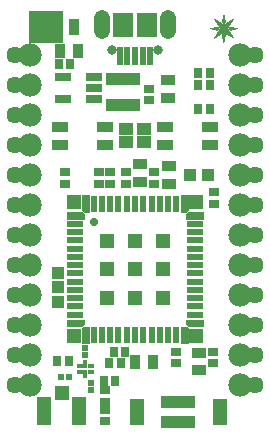
<source format=gts>
G75*
%MOIN*%
%OFA0B0*%
%FSLAX25Y25*%
%IPPOS*%
%LPD*%
%AMOC8*
5,1,8,0,0,1.08239X$1,22.5*
%
%ADD10R,0.03200X0.02600*%
%ADD11R,0.02375X0.06115*%
%ADD12R,0.06706X0.08280*%
%ADD13C,0.03162*%
%ADD14C,0.05169*%
%ADD15R,0.05721X0.03359*%
%ADD16R,0.03950X0.03950*%
%ADD17C,0.07800*%
%ADD18C,0.05700*%
%ADD19R,0.05524X0.02178*%
%ADD20R,0.04737X0.04737*%
%ADD21R,0.02178X0.05524*%
%ADD22C,0.02769*%
%ADD23C,0.00039*%
%ADD24R,0.04934X0.09461*%
%ADD25R,0.04737X0.04934*%
%ADD26R,0.02600X0.03200*%
%ADD27R,0.04900X0.03600*%
%ADD28R,0.03600X0.04900*%
%ADD29C,0.00100*%
%ADD30R,0.04737X0.08674*%
%ADD31R,0.11824X0.03950*%
%ADD32R,0.04300X0.04300*%
%ADD33R,0.11300X0.10800*%
%ADD34R,0.03800X0.05800*%
%ADD35R,0.05524X0.02965*%
%ADD36R,0.11430X0.03950*%
%ADD37R,0.04737X0.03950*%
%ADD38R,0.02400X0.02000*%
%ADD39R,0.02000X0.02400*%
%ADD40R,0.01587X0.02808*%
%ADD41R,0.01969X0.01378*%
D10*
X0036078Y0007800D03*
X0036078Y0011600D03*
X0036078Y0014400D03*
X0036078Y0018200D03*
X0059978Y0027100D03*
X0059978Y0030900D03*
X0072178Y0030900D03*
X0072178Y0027100D03*
X0072626Y0080347D03*
X0072626Y0084147D03*
X0052578Y0087000D03*
X0052578Y0090800D03*
X0043078Y0090800D03*
X0043078Y0087000D03*
X0037878Y0087000D03*
X0034078Y0087000D03*
X0034078Y0090800D03*
X0037878Y0090800D03*
X0022978Y0090800D03*
X0022978Y0087000D03*
X0050978Y0114900D03*
X0050978Y0118700D03*
D11*
X0051297Y0129469D03*
X0048738Y0129469D03*
X0046178Y0129469D03*
X0043619Y0129469D03*
X0041060Y0129469D03*
D12*
X0042241Y0139961D03*
X0050115Y0140000D03*
D13*
X0053856Y0131732D03*
X0038501Y0131732D03*
D14*
X0035253Y0137816D02*
X0035253Y0142184D01*
X0057104Y0142184D02*
X0057104Y0137816D01*
D15*
X0056297Y0106051D03*
X0056297Y0099949D03*
X0071060Y0099949D03*
X0071060Y0106051D03*
X0036060Y0106051D03*
X0036060Y0099949D03*
X0021297Y0099949D03*
X0021297Y0106051D03*
D16*
X0064504Y0090000D03*
X0070410Y0090000D03*
D17*
X0081178Y0090000D03*
X0081178Y0080000D03*
X0081178Y0070000D03*
X0081178Y0060000D03*
X0081178Y0050000D03*
X0081178Y0040000D03*
X0081178Y0030000D03*
X0081178Y0020000D03*
X0011178Y0020000D03*
X0011178Y0030000D03*
X0011178Y0040000D03*
X0011178Y0050000D03*
X0011178Y0060000D03*
X0011178Y0070000D03*
X0011178Y0080000D03*
X0011178Y0090000D03*
X0011178Y0100000D03*
X0011178Y0110000D03*
X0011178Y0120000D03*
X0011178Y0130000D03*
X0081178Y0130000D03*
X0081178Y0120000D03*
X0081178Y0110000D03*
X0081178Y0100000D03*
D18*
X0086178Y0100000D03*
X0086178Y0110000D03*
X0086178Y0120000D03*
X0086178Y0130000D03*
X0086178Y0090000D03*
X0086178Y0080000D03*
X0086178Y0070000D03*
X0086178Y0060000D03*
X0086178Y0050000D03*
X0086178Y0040000D03*
X0086178Y0030000D03*
X0086178Y0020000D03*
X0006178Y0020000D03*
X0006178Y0030000D03*
X0006178Y0040000D03*
X0006178Y0050000D03*
X0006178Y0060000D03*
X0006178Y0070000D03*
X0006178Y0080000D03*
X0006178Y0090000D03*
X0006178Y0100000D03*
X0006178Y0110000D03*
X0006178Y0120000D03*
X0006178Y0130000D03*
D19*
X0026297Y0073657D03*
X0026297Y0070902D03*
X0026297Y0068146D03*
X0026297Y0065390D03*
X0026297Y0062634D03*
X0026297Y0059878D03*
X0026297Y0057122D03*
X0026297Y0054366D03*
X0026297Y0051610D03*
X0026297Y0048854D03*
X0026297Y0046098D03*
X0026297Y0043343D03*
X0066060Y0043343D03*
X0066060Y0046098D03*
X0066060Y0048854D03*
X0066060Y0051610D03*
X0066060Y0054366D03*
X0066060Y0057122D03*
X0066060Y0059878D03*
X0066060Y0062634D03*
X0066060Y0065390D03*
X0066060Y0068146D03*
X0066060Y0070902D03*
X0066060Y0073657D03*
D20*
X0066454Y0080744D03*
X0055627Y0067949D03*
X0046178Y0067949D03*
X0036730Y0067949D03*
X0036730Y0058500D03*
X0046178Y0058500D03*
X0055627Y0058500D03*
X0055627Y0049051D03*
X0046178Y0049051D03*
X0036730Y0049051D03*
X0025903Y0036256D03*
X0066454Y0036256D03*
X0025903Y0080744D03*
D21*
X0032399Y0080350D03*
X0035155Y0080350D03*
X0037911Y0080350D03*
X0040667Y0080350D03*
X0043423Y0080350D03*
X0046178Y0080350D03*
X0048934Y0080350D03*
X0051690Y0080350D03*
X0054446Y0080350D03*
X0057202Y0080350D03*
X0059958Y0080350D03*
X0059958Y0036650D03*
X0057202Y0036650D03*
X0054446Y0036650D03*
X0051690Y0036650D03*
X0048934Y0036650D03*
X0046178Y0036650D03*
X0043423Y0036650D03*
X0040667Y0036650D03*
X0037911Y0036650D03*
X0035155Y0036650D03*
X0032399Y0036650D03*
D22*
X0032399Y0074248D03*
D23*
X0029033Y0075350D02*
X0023560Y0075350D01*
X0023560Y0077476D01*
X0028442Y0077476D01*
X0029033Y0076886D01*
X0029033Y0075350D01*
X0029033Y0075353D02*
X0023560Y0075353D01*
X0023560Y0075391D02*
X0029033Y0075391D01*
X0029033Y0075429D02*
X0023560Y0075429D01*
X0023560Y0075467D02*
X0029033Y0075467D01*
X0029033Y0075505D02*
X0023560Y0075505D01*
X0023560Y0075543D02*
X0029033Y0075543D01*
X0029033Y0075581D02*
X0023560Y0075581D01*
X0023560Y0075619D02*
X0029033Y0075619D01*
X0029033Y0075657D02*
X0023560Y0075657D01*
X0023560Y0075694D02*
X0029033Y0075694D01*
X0029033Y0075732D02*
X0023560Y0075732D01*
X0023560Y0075770D02*
X0029033Y0075770D01*
X0029033Y0075808D02*
X0023560Y0075808D01*
X0023560Y0075846D02*
X0029033Y0075846D01*
X0029033Y0075884D02*
X0023560Y0075884D01*
X0023560Y0075922D02*
X0029033Y0075922D01*
X0029033Y0075960D02*
X0023560Y0075960D01*
X0023560Y0075997D02*
X0029033Y0075997D01*
X0029033Y0076035D02*
X0023560Y0076035D01*
X0023560Y0076073D02*
X0029033Y0076073D01*
X0029033Y0076111D02*
X0023560Y0076111D01*
X0023560Y0076149D02*
X0029033Y0076149D01*
X0029033Y0076187D02*
X0023560Y0076187D01*
X0023560Y0076225D02*
X0029033Y0076225D01*
X0029033Y0076263D02*
X0023560Y0076263D01*
X0023560Y0076301D02*
X0029033Y0076301D01*
X0029033Y0076338D02*
X0023560Y0076338D01*
X0023560Y0076376D02*
X0029033Y0076376D01*
X0029033Y0076414D02*
X0023560Y0076414D01*
X0023560Y0076452D02*
X0029033Y0076452D01*
X0029033Y0076490D02*
X0023560Y0076490D01*
X0023560Y0076528D02*
X0029033Y0076528D01*
X0029033Y0076566D02*
X0023560Y0076566D01*
X0023560Y0076604D02*
X0029033Y0076604D01*
X0029033Y0076641D02*
X0023560Y0076641D01*
X0023560Y0076679D02*
X0029033Y0076679D01*
X0029033Y0076717D02*
X0023560Y0076717D01*
X0023560Y0076755D02*
X0029033Y0076755D01*
X0029033Y0076793D02*
X0023560Y0076793D01*
X0023560Y0076831D02*
X0029033Y0076831D01*
X0029033Y0076869D02*
X0023560Y0076869D01*
X0023560Y0076907D02*
X0029012Y0076907D01*
X0028974Y0076944D02*
X0023560Y0076944D01*
X0023560Y0076982D02*
X0028936Y0076982D01*
X0028898Y0077020D02*
X0023560Y0077020D01*
X0023560Y0077058D02*
X0028860Y0077058D01*
X0028823Y0077096D02*
X0023560Y0077096D01*
X0023560Y0077134D02*
X0028785Y0077134D01*
X0028747Y0077172D02*
X0023560Y0077172D01*
X0023560Y0077210D02*
X0028709Y0077210D01*
X0028671Y0077248D02*
X0023560Y0077248D01*
X0023560Y0077285D02*
X0028633Y0077285D01*
X0028595Y0077323D02*
X0023560Y0077323D01*
X0023560Y0077361D02*
X0028557Y0077361D01*
X0028520Y0077399D02*
X0023560Y0077399D01*
X0023560Y0077437D02*
X0028482Y0077437D01*
X0028444Y0077475D02*
X0023560Y0077475D01*
X0028580Y0078205D02*
X0028580Y0083087D01*
X0030706Y0083087D01*
X0030706Y0077614D01*
X0029171Y0077614D01*
X0028580Y0078205D01*
X0028590Y0078195D02*
X0030706Y0078195D01*
X0030706Y0078232D02*
X0028580Y0078232D01*
X0028580Y0078270D02*
X0030706Y0078270D01*
X0030706Y0078308D02*
X0028580Y0078308D01*
X0028580Y0078346D02*
X0030706Y0078346D01*
X0030706Y0078384D02*
X0028580Y0078384D01*
X0028580Y0078422D02*
X0030706Y0078422D01*
X0030706Y0078460D02*
X0028580Y0078460D01*
X0028580Y0078498D02*
X0030706Y0078498D01*
X0030706Y0078536D02*
X0028580Y0078536D01*
X0028580Y0078573D02*
X0030706Y0078573D01*
X0030706Y0078611D02*
X0028580Y0078611D01*
X0028580Y0078649D02*
X0030706Y0078649D01*
X0030706Y0078687D02*
X0028580Y0078687D01*
X0028580Y0078725D02*
X0030706Y0078725D01*
X0030706Y0078763D02*
X0028580Y0078763D01*
X0028580Y0078801D02*
X0030706Y0078801D01*
X0030706Y0078839D02*
X0028580Y0078839D01*
X0028580Y0078876D02*
X0030706Y0078876D01*
X0030706Y0078914D02*
X0028580Y0078914D01*
X0028580Y0078952D02*
X0030706Y0078952D01*
X0030706Y0078990D02*
X0028580Y0078990D01*
X0028580Y0079028D02*
X0030706Y0079028D01*
X0030706Y0079066D02*
X0028580Y0079066D01*
X0028580Y0079104D02*
X0030706Y0079104D01*
X0030706Y0079142D02*
X0028580Y0079142D01*
X0028580Y0079179D02*
X0030706Y0079179D01*
X0030706Y0079217D02*
X0028580Y0079217D01*
X0028580Y0079255D02*
X0030706Y0079255D01*
X0030706Y0079293D02*
X0028580Y0079293D01*
X0028580Y0079331D02*
X0030706Y0079331D01*
X0030706Y0079369D02*
X0028580Y0079369D01*
X0028580Y0079407D02*
X0030706Y0079407D01*
X0030706Y0079445D02*
X0028580Y0079445D01*
X0028580Y0079483D02*
X0030706Y0079483D01*
X0030706Y0079520D02*
X0028580Y0079520D01*
X0028580Y0079558D02*
X0030706Y0079558D01*
X0030706Y0079596D02*
X0028580Y0079596D01*
X0028580Y0079634D02*
X0030706Y0079634D01*
X0030706Y0079672D02*
X0028580Y0079672D01*
X0028580Y0079710D02*
X0030706Y0079710D01*
X0030706Y0079748D02*
X0028580Y0079748D01*
X0028580Y0079786D02*
X0030706Y0079786D01*
X0030706Y0079823D02*
X0028580Y0079823D01*
X0028580Y0079861D02*
X0030706Y0079861D01*
X0030706Y0079899D02*
X0028580Y0079899D01*
X0028580Y0079937D02*
X0030706Y0079937D01*
X0030706Y0079975D02*
X0028580Y0079975D01*
X0028580Y0080013D02*
X0030706Y0080013D01*
X0030706Y0080051D02*
X0028580Y0080051D01*
X0028580Y0080089D02*
X0030706Y0080089D01*
X0030706Y0080127D02*
X0028580Y0080127D01*
X0028580Y0080164D02*
X0030706Y0080164D01*
X0030706Y0080202D02*
X0028580Y0080202D01*
X0028580Y0080240D02*
X0030706Y0080240D01*
X0030706Y0080278D02*
X0028580Y0080278D01*
X0028580Y0080316D02*
X0030706Y0080316D01*
X0030706Y0080354D02*
X0028580Y0080354D01*
X0028580Y0080392D02*
X0030706Y0080392D01*
X0030706Y0080430D02*
X0028580Y0080430D01*
X0028580Y0080467D02*
X0030706Y0080467D01*
X0030706Y0080505D02*
X0028580Y0080505D01*
X0028580Y0080543D02*
X0030706Y0080543D01*
X0030706Y0080581D02*
X0028580Y0080581D01*
X0028580Y0080619D02*
X0030706Y0080619D01*
X0030706Y0080657D02*
X0028580Y0080657D01*
X0028580Y0080695D02*
X0030706Y0080695D01*
X0030706Y0080733D02*
X0028580Y0080733D01*
X0028580Y0080771D02*
X0030706Y0080771D01*
X0030706Y0080808D02*
X0028580Y0080808D01*
X0028580Y0080846D02*
X0030706Y0080846D01*
X0030706Y0080884D02*
X0028580Y0080884D01*
X0028580Y0080922D02*
X0030706Y0080922D01*
X0030706Y0080960D02*
X0028580Y0080960D01*
X0028580Y0080998D02*
X0030706Y0080998D01*
X0030706Y0081036D02*
X0028580Y0081036D01*
X0028580Y0081074D02*
X0030706Y0081074D01*
X0030706Y0081111D02*
X0028580Y0081111D01*
X0028580Y0081149D02*
X0030706Y0081149D01*
X0030706Y0081187D02*
X0028580Y0081187D01*
X0028580Y0081225D02*
X0030706Y0081225D01*
X0030706Y0081263D02*
X0028580Y0081263D01*
X0028580Y0081301D02*
X0030706Y0081301D01*
X0030706Y0081339D02*
X0028580Y0081339D01*
X0028580Y0081377D02*
X0030706Y0081377D01*
X0030706Y0081414D02*
X0028580Y0081414D01*
X0028580Y0081452D02*
X0030706Y0081452D01*
X0030706Y0081490D02*
X0028580Y0081490D01*
X0028580Y0081528D02*
X0030706Y0081528D01*
X0030706Y0081566D02*
X0028580Y0081566D01*
X0028580Y0081604D02*
X0030706Y0081604D01*
X0030706Y0081642D02*
X0028580Y0081642D01*
X0028580Y0081680D02*
X0030706Y0081680D01*
X0030706Y0081718D02*
X0028580Y0081718D01*
X0028580Y0081755D02*
X0030706Y0081755D01*
X0030706Y0081793D02*
X0028580Y0081793D01*
X0028580Y0081831D02*
X0030706Y0081831D01*
X0030706Y0081869D02*
X0028580Y0081869D01*
X0028580Y0081907D02*
X0030706Y0081907D01*
X0030706Y0081945D02*
X0028580Y0081945D01*
X0028580Y0081983D02*
X0030706Y0081983D01*
X0030706Y0082021D02*
X0028580Y0082021D01*
X0028580Y0082058D02*
X0030706Y0082058D01*
X0030706Y0082096D02*
X0028580Y0082096D01*
X0028580Y0082134D02*
X0030706Y0082134D01*
X0030706Y0082172D02*
X0028580Y0082172D01*
X0028580Y0082210D02*
X0030706Y0082210D01*
X0030706Y0082248D02*
X0028580Y0082248D01*
X0028580Y0082286D02*
X0030706Y0082286D01*
X0030706Y0082324D02*
X0028580Y0082324D01*
X0028580Y0082362D02*
X0030706Y0082362D01*
X0030706Y0082399D02*
X0028580Y0082399D01*
X0028580Y0082437D02*
X0030706Y0082437D01*
X0030706Y0082475D02*
X0028580Y0082475D01*
X0028580Y0082513D02*
X0030706Y0082513D01*
X0030706Y0082551D02*
X0028580Y0082551D01*
X0028580Y0082589D02*
X0030706Y0082589D01*
X0030706Y0082627D02*
X0028580Y0082627D01*
X0028580Y0082665D02*
X0030706Y0082665D01*
X0030706Y0082702D02*
X0028580Y0082702D01*
X0028580Y0082740D02*
X0030706Y0082740D01*
X0030706Y0082778D02*
X0028580Y0082778D01*
X0028580Y0082816D02*
X0030706Y0082816D01*
X0030706Y0082854D02*
X0028580Y0082854D01*
X0028580Y0082892D02*
X0030706Y0082892D01*
X0030706Y0082930D02*
X0028580Y0082930D01*
X0028580Y0082968D02*
X0030706Y0082968D01*
X0030706Y0083006D02*
X0028580Y0083006D01*
X0028580Y0083043D02*
X0030706Y0083043D01*
X0030706Y0083081D02*
X0028580Y0083081D01*
X0028628Y0078157D02*
X0030706Y0078157D01*
X0030706Y0078119D02*
X0028666Y0078119D01*
X0028704Y0078081D02*
X0030706Y0078081D01*
X0030706Y0078043D02*
X0028742Y0078043D01*
X0028780Y0078005D02*
X0030706Y0078005D01*
X0030706Y0077967D02*
X0028817Y0077967D01*
X0028855Y0077929D02*
X0030706Y0077929D01*
X0030706Y0077892D02*
X0028893Y0077892D01*
X0028931Y0077854D02*
X0030706Y0077854D01*
X0030706Y0077816D02*
X0028969Y0077816D01*
X0029007Y0077778D02*
X0030706Y0077778D01*
X0030706Y0077740D02*
X0029045Y0077740D01*
X0029083Y0077702D02*
X0030706Y0077702D01*
X0030706Y0077664D02*
X0029121Y0077664D01*
X0029158Y0077626D02*
X0030706Y0077626D01*
X0061651Y0077626D02*
X0063199Y0077626D01*
X0063186Y0077614D02*
X0063777Y0078205D01*
X0063777Y0083087D01*
X0061651Y0083087D01*
X0061651Y0077614D01*
X0063186Y0077614D01*
X0063236Y0077664D02*
X0061651Y0077664D01*
X0061651Y0077702D02*
X0063274Y0077702D01*
X0063312Y0077740D02*
X0061651Y0077740D01*
X0061651Y0077778D02*
X0063350Y0077778D01*
X0063388Y0077816D02*
X0061651Y0077816D01*
X0061651Y0077854D02*
X0063426Y0077854D01*
X0063464Y0077892D02*
X0061651Y0077892D01*
X0061651Y0077929D02*
X0063502Y0077929D01*
X0063539Y0077967D02*
X0061651Y0077967D01*
X0061651Y0078005D02*
X0063577Y0078005D01*
X0063615Y0078043D02*
X0061651Y0078043D01*
X0061651Y0078081D02*
X0063653Y0078081D01*
X0063691Y0078119D02*
X0061651Y0078119D01*
X0061651Y0078157D02*
X0063729Y0078157D01*
X0063767Y0078195D02*
X0061651Y0078195D01*
X0061651Y0078232D02*
X0063777Y0078232D01*
X0063777Y0078270D02*
X0061651Y0078270D01*
X0061651Y0078308D02*
X0063777Y0078308D01*
X0063777Y0078346D02*
X0061651Y0078346D01*
X0061651Y0078384D02*
X0063777Y0078384D01*
X0063777Y0078422D02*
X0061651Y0078422D01*
X0061651Y0078460D02*
X0063777Y0078460D01*
X0063777Y0078498D02*
X0061651Y0078498D01*
X0061651Y0078536D02*
X0063777Y0078536D01*
X0063777Y0078573D02*
X0061651Y0078573D01*
X0061651Y0078611D02*
X0063777Y0078611D01*
X0063777Y0078649D02*
X0061651Y0078649D01*
X0061651Y0078687D02*
X0063777Y0078687D01*
X0063777Y0078725D02*
X0061651Y0078725D01*
X0061651Y0078763D02*
X0063777Y0078763D01*
X0063777Y0078801D02*
X0061651Y0078801D01*
X0061651Y0078839D02*
X0063777Y0078839D01*
X0063777Y0078876D02*
X0061651Y0078876D01*
X0061651Y0078914D02*
X0063777Y0078914D01*
X0063777Y0078952D02*
X0061651Y0078952D01*
X0061651Y0078990D02*
X0063777Y0078990D01*
X0063777Y0079028D02*
X0061651Y0079028D01*
X0061651Y0079066D02*
X0063777Y0079066D01*
X0063777Y0079104D02*
X0061651Y0079104D01*
X0061651Y0079142D02*
X0063777Y0079142D01*
X0063777Y0079179D02*
X0061651Y0079179D01*
X0061651Y0079217D02*
X0063777Y0079217D01*
X0063777Y0079255D02*
X0061651Y0079255D01*
X0061651Y0079293D02*
X0063777Y0079293D01*
X0063777Y0079331D02*
X0061651Y0079331D01*
X0061651Y0079369D02*
X0063777Y0079369D01*
X0063777Y0079407D02*
X0061651Y0079407D01*
X0061651Y0079445D02*
X0063777Y0079445D01*
X0063777Y0079483D02*
X0061651Y0079483D01*
X0061651Y0079520D02*
X0063777Y0079520D01*
X0063777Y0079558D02*
X0061651Y0079558D01*
X0061651Y0079596D02*
X0063777Y0079596D01*
X0063777Y0079634D02*
X0061651Y0079634D01*
X0061651Y0079672D02*
X0063777Y0079672D01*
X0063777Y0079710D02*
X0061651Y0079710D01*
X0061651Y0079748D02*
X0063777Y0079748D01*
X0063777Y0079786D02*
X0061651Y0079786D01*
X0061651Y0079823D02*
X0063777Y0079823D01*
X0063777Y0079861D02*
X0061651Y0079861D01*
X0061651Y0079899D02*
X0063777Y0079899D01*
X0063777Y0079937D02*
X0061651Y0079937D01*
X0061651Y0079975D02*
X0063777Y0079975D01*
X0063777Y0080013D02*
X0061651Y0080013D01*
X0061651Y0080051D02*
X0063777Y0080051D01*
X0063777Y0080089D02*
X0061651Y0080089D01*
X0061651Y0080127D02*
X0063777Y0080127D01*
X0063777Y0080164D02*
X0061651Y0080164D01*
X0061651Y0080202D02*
X0063777Y0080202D01*
X0063777Y0080240D02*
X0061651Y0080240D01*
X0061651Y0080278D02*
X0063777Y0080278D01*
X0063777Y0080316D02*
X0061651Y0080316D01*
X0061651Y0080354D02*
X0063777Y0080354D01*
X0063777Y0080392D02*
X0061651Y0080392D01*
X0061651Y0080430D02*
X0063777Y0080430D01*
X0063777Y0080467D02*
X0061651Y0080467D01*
X0061651Y0080505D02*
X0063777Y0080505D01*
X0063777Y0080543D02*
X0061651Y0080543D01*
X0061651Y0080581D02*
X0063777Y0080581D01*
X0063777Y0080619D02*
X0061651Y0080619D01*
X0061651Y0080657D02*
X0063777Y0080657D01*
X0063777Y0080695D02*
X0061651Y0080695D01*
X0061651Y0080733D02*
X0063777Y0080733D01*
X0063777Y0080771D02*
X0061651Y0080771D01*
X0061651Y0080808D02*
X0063777Y0080808D01*
X0063777Y0080846D02*
X0061651Y0080846D01*
X0061651Y0080884D02*
X0063777Y0080884D01*
X0063777Y0080922D02*
X0061651Y0080922D01*
X0061651Y0080960D02*
X0063777Y0080960D01*
X0063777Y0080998D02*
X0061651Y0080998D01*
X0061651Y0081036D02*
X0063777Y0081036D01*
X0063777Y0081074D02*
X0061651Y0081074D01*
X0061651Y0081111D02*
X0063777Y0081111D01*
X0063777Y0081149D02*
X0061651Y0081149D01*
X0061651Y0081187D02*
X0063777Y0081187D01*
X0063777Y0081225D02*
X0061651Y0081225D01*
X0061651Y0081263D02*
X0063777Y0081263D01*
X0063777Y0081301D02*
X0061651Y0081301D01*
X0061651Y0081339D02*
X0063777Y0081339D01*
X0063777Y0081377D02*
X0061651Y0081377D01*
X0061651Y0081414D02*
X0063777Y0081414D01*
X0063777Y0081452D02*
X0061651Y0081452D01*
X0061651Y0081490D02*
X0063777Y0081490D01*
X0063777Y0081528D02*
X0061651Y0081528D01*
X0061651Y0081566D02*
X0063777Y0081566D01*
X0063777Y0081604D02*
X0061651Y0081604D01*
X0061651Y0081642D02*
X0063777Y0081642D01*
X0063777Y0081680D02*
X0061651Y0081680D01*
X0061651Y0081718D02*
X0063777Y0081718D01*
X0063777Y0081755D02*
X0061651Y0081755D01*
X0061651Y0081793D02*
X0063777Y0081793D01*
X0063777Y0081831D02*
X0061651Y0081831D01*
X0061651Y0081869D02*
X0063777Y0081869D01*
X0063777Y0081907D02*
X0061651Y0081907D01*
X0061651Y0081945D02*
X0063777Y0081945D01*
X0063777Y0081983D02*
X0061651Y0081983D01*
X0061651Y0082021D02*
X0063777Y0082021D01*
X0063777Y0082058D02*
X0061651Y0082058D01*
X0061651Y0082096D02*
X0063777Y0082096D01*
X0063777Y0082134D02*
X0061651Y0082134D01*
X0061651Y0082172D02*
X0063777Y0082172D01*
X0063777Y0082210D02*
X0061651Y0082210D01*
X0061651Y0082248D02*
X0063777Y0082248D01*
X0063777Y0082286D02*
X0061651Y0082286D01*
X0061651Y0082324D02*
X0063777Y0082324D01*
X0063777Y0082362D02*
X0061651Y0082362D01*
X0061651Y0082399D02*
X0063777Y0082399D01*
X0063777Y0082437D02*
X0061651Y0082437D01*
X0061651Y0082475D02*
X0063777Y0082475D01*
X0063777Y0082513D02*
X0061651Y0082513D01*
X0061651Y0082551D02*
X0063777Y0082551D01*
X0063777Y0082589D02*
X0061651Y0082589D01*
X0061651Y0082627D02*
X0063777Y0082627D01*
X0063777Y0082665D02*
X0061651Y0082665D01*
X0061651Y0082702D02*
X0063777Y0082702D01*
X0063777Y0082740D02*
X0061651Y0082740D01*
X0061651Y0082778D02*
X0063777Y0082778D01*
X0063777Y0082816D02*
X0061651Y0082816D01*
X0061651Y0082854D02*
X0063777Y0082854D01*
X0063777Y0082892D02*
X0061651Y0082892D01*
X0061651Y0082930D02*
X0063777Y0082930D01*
X0063777Y0082968D02*
X0061651Y0082968D01*
X0061651Y0083006D02*
X0063777Y0083006D01*
X0063777Y0083043D02*
X0061651Y0083043D01*
X0061651Y0083081D02*
X0063777Y0083081D01*
X0063915Y0077476D02*
X0063324Y0076886D01*
X0063324Y0075350D01*
X0068797Y0075350D01*
X0068797Y0077476D01*
X0063915Y0077476D01*
X0063913Y0077475D02*
X0068797Y0077475D01*
X0068797Y0077437D02*
X0063875Y0077437D01*
X0063837Y0077399D02*
X0068797Y0077399D01*
X0068797Y0077361D02*
X0063799Y0077361D01*
X0063762Y0077323D02*
X0068797Y0077323D01*
X0068797Y0077285D02*
X0063724Y0077285D01*
X0063686Y0077248D02*
X0068797Y0077248D01*
X0068797Y0077210D02*
X0063648Y0077210D01*
X0063610Y0077172D02*
X0068797Y0077172D01*
X0068797Y0077134D02*
X0063572Y0077134D01*
X0063534Y0077096D02*
X0068797Y0077096D01*
X0068797Y0077058D02*
X0063496Y0077058D01*
X0063459Y0077020D02*
X0068797Y0077020D01*
X0068797Y0076982D02*
X0063421Y0076982D01*
X0063383Y0076944D02*
X0068797Y0076944D01*
X0068797Y0076907D02*
X0063345Y0076907D01*
X0063324Y0076869D02*
X0068797Y0076869D01*
X0068797Y0076831D02*
X0063324Y0076831D01*
X0063324Y0076793D02*
X0068797Y0076793D01*
X0068797Y0076755D02*
X0063324Y0076755D01*
X0063324Y0076717D02*
X0068797Y0076717D01*
X0068797Y0076679D02*
X0063324Y0076679D01*
X0063324Y0076641D02*
X0068797Y0076641D01*
X0068797Y0076604D02*
X0063324Y0076604D01*
X0063324Y0076566D02*
X0068797Y0076566D01*
X0068797Y0076528D02*
X0063324Y0076528D01*
X0063324Y0076490D02*
X0068797Y0076490D01*
X0068797Y0076452D02*
X0063324Y0076452D01*
X0063324Y0076414D02*
X0068797Y0076414D01*
X0068797Y0076376D02*
X0063324Y0076376D01*
X0063324Y0076338D02*
X0068797Y0076338D01*
X0068797Y0076301D02*
X0063324Y0076301D01*
X0063324Y0076263D02*
X0068797Y0076263D01*
X0068797Y0076225D02*
X0063324Y0076225D01*
X0063324Y0076187D02*
X0068797Y0076187D01*
X0068797Y0076149D02*
X0063324Y0076149D01*
X0063324Y0076111D02*
X0068797Y0076111D01*
X0068797Y0076073D02*
X0063324Y0076073D01*
X0063324Y0076035D02*
X0068797Y0076035D01*
X0068797Y0075997D02*
X0063324Y0075997D01*
X0063324Y0075960D02*
X0068797Y0075960D01*
X0068797Y0075922D02*
X0063324Y0075922D01*
X0063324Y0075884D02*
X0068797Y0075884D01*
X0068797Y0075846D02*
X0063324Y0075846D01*
X0063324Y0075808D02*
X0068797Y0075808D01*
X0068797Y0075770D02*
X0063324Y0075770D01*
X0063324Y0075732D02*
X0068797Y0075732D01*
X0068797Y0075694D02*
X0063324Y0075694D01*
X0063324Y0075657D02*
X0068797Y0075657D01*
X0068797Y0075619D02*
X0063324Y0075619D01*
X0063324Y0075581D02*
X0068797Y0075581D01*
X0068797Y0075543D02*
X0063324Y0075543D01*
X0063324Y0075505D02*
X0068797Y0075505D01*
X0068797Y0075467D02*
X0063324Y0075467D01*
X0063324Y0075429D02*
X0068797Y0075429D01*
X0068797Y0075391D02*
X0063324Y0075391D01*
X0063324Y0075353D02*
X0068797Y0075353D01*
X0068797Y0041650D02*
X0063324Y0041650D01*
X0063324Y0040114D01*
X0063915Y0039524D01*
X0068797Y0039524D01*
X0068797Y0041650D01*
X0068797Y0041639D02*
X0063324Y0041639D01*
X0063324Y0041601D02*
X0068797Y0041601D01*
X0068797Y0041563D02*
X0063324Y0041563D01*
X0063324Y0041525D02*
X0068797Y0041525D01*
X0068797Y0041488D02*
X0063324Y0041488D01*
X0063324Y0041450D02*
X0068797Y0041450D01*
X0068797Y0041412D02*
X0063324Y0041412D01*
X0063324Y0041374D02*
X0068797Y0041374D01*
X0068797Y0041336D02*
X0063324Y0041336D01*
X0063324Y0041298D02*
X0068797Y0041298D01*
X0068797Y0041260D02*
X0063324Y0041260D01*
X0063324Y0041222D02*
X0068797Y0041222D01*
X0068797Y0041184D02*
X0063324Y0041184D01*
X0063324Y0041147D02*
X0068797Y0041147D01*
X0068797Y0041109D02*
X0063324Y0041109D01*
X0063324Y0041071D02*
X0068797Y0041071D01*
X0068797Y0041033D02*
X0063324Y0041033D01*
X0063324Y0040995D02*
X0068797Y0040995D01*
X0068797Y0040957D02*
X0063324Y0040957D01*
X0063324Y0040919D02*
X0068797Y0040919D01*
X0068797Y0040881D02*
X0063324Y0040881D01*
X0063324Y0040844D02*
X0068797Y0040844D01*
X0068797Y0040806D02*
X0063324Y0040806D01*
X0063324Y0040768D02*
X0068797Y0040768D01*
X0068797Y0040730D02*
X0063324Y0040730D01*
X0063324Y0040692D02*
X0068797Y0040692D01*
X0068797Y0040654D02*
X0063324Y0040654D01*
X0063324Y0040616D02*
X0068797Y0040616D01*
X0068797Y0040578D02*
X0063324Y0040578D01*
X0063324Y0040540D02*
X0068797Y0040540D01*
X0068797Y0040503D02*
X0063324Y0040503D01*
X0063324Y0040465D02*
X0068797Y0040465D01*
X0068797Y0040427D02*
X0063324Y0040427D01*
X0063324Y0040389D02*
X0068797Y0040389D01*
X0068797Y0040351D02*
X0063324Y0040351D01*
X0063324Y0040313D02*
X0068797Y0040313D01*
X0068797Y0040275D02*
X0063324Y0040275D01*
X0063324Y0040237D02*
X0068797Y0040237D01*
X0068797Y0040200D02*
X0063324Y0040200D01*
X0063324Y0040162D02*
X0068797Y0040162D01*
X0068797Y0040124D02*
X0063324Y0040124D01*
X0063352Y0040086D02*
X0068797Y0040086D01*
X0068797Y0040048D02*
X0063390Y0040048D01*
X0063428Y0040010D02*
X0068797Y0040010D01*
X0068797Y0039972D02*
X0063466Y0039972D01*
X0063504Y0039934D02*
X0068797Y0039934D01*
X0068797Y0039896D02*
X0063542Y0039896D01*
X0063580Y0039859D02*
X0068797Y0039859D01*
X0068797Y0039821D02*
X0063618Y0039821D01*
X0063655Y0039783D02*
X0068797Y0039783D01*
X0068797Y0039745D02*
X0063693Y0039745D01*
X0063731Y0039707D02*
X0068797Y0039707D01*
X0068797Y0039669D02*
X0063769Y0039669D01*
X0063807Y0039631D02*
X0068797Y0039631D01*
X0068797Y0039593D02*
X0063845Y0039593D01*
X0063883Y0039556D02*
X0068797Y0039556D01*
X0063777Y0038795D02*
X0063777Y0033913D01*
X0061651Y0033913D01*
X0061651Y0039386D01*
X0063186Y0039386D01*
X0063777Y0038795D01*
X0063774Y0038798D02*
X0061651Y0038798D01*
X0061651Y0038836D02*
X0063736Y0038836D01*
X0063698Y0038874D02*
X0061651Y0038874D01*
X0061651Y0038912D02*
X0063661Y0038912D01*
X0063623Y0038949D02*
X0061651Y0038949D01*
X0061651Y0038987D02*
X0063585Y0038987D01*
X0063547Y0039025D02*
X0061651Y0039025D01*
X0061651Y0039063D02*
X0063509Y0039063D01*
X0063471Y0039101D02*
X0061651Y0039101D01*
X0061651Y0039139D02*
X0063433Y0039139D01*
X0063395Y0039177D02*
X0061651Y0039177D01*
X0061651Y0039215D02*
X0063358Y0039215D01*
X0063320Y0039252D02*
X0061651Y0039252D01*
X0061651Y0039290D02*
X0063282Y0039290D01*
X0063244Y0039328D02*
X0061651Y0039328D01*
X0061651Y0039366D02*
X0063206Y0039366D01*
X0063777Y0038760D02*
X0061651Y0038760D01*
X0061651Y0038722D02*
X0063777Y0038722D01*
X0063777Y0038684D02*
X0061651Y0038684D01*
X0061651Y0038646D02*
X0063777Y0038646D01*
X0063777Y0038609D02*
X0061651Y0038609D01*
X0061651Y0038571D02*
X0063777Y0038571D01*
X0063777Y0038533D02*
X0061651Y0038533D01*
X0061651Y0038495D02*
X0063777Y0038495D01*
X0063777Y0038457D02*
X0061651Y0038457D01*
X0061651Y0038419D02*
X0063777Y0038419D01*
X0063777Y0038381D02*
X0061651Y0038381D01*
X0061651Y0038343D02*
X0063777Y0038343D01*
X0063777Y0038305D02*
X0061651Y0038305D01*
X0061651Y0038268D02*
X0063777Y0038268D01*
X0063777Y0038230D02*
X0061651Y0038230D01*
X0061651Y0038192D02*
X0063777Y0038192D01*
X0063777Y0038154D02*
X0061651Y0038154D01*
X0061651Y0038116D02*
X0063777Y0038116D01*
X0063777Y0038078D02*
X0061651Y0038078D01*
X0061651Y0038040D02*
X0063777Y0038040D01*
X0063777Y0038002D02*
X0061651Y0038002D01*
X0061651Y0037965D02*
X0063777Y0037965D01*
X0063777Y0037927D02*
X0061651Y0037927D01*
X0061651Y0037889D02*
X0063777Y0037889D01*
X0063777Y0037851D02*
X0061651Y0037851D01*
X0061651Y0037813D02*
X0063777Y0037813D01*
X0063777Y0037775D02*
X0061651Y0037775D01*
X0061651Y0037737D02*
X0063777Y0037737D01*
X0063777Y0037699D02*
X0061651Y0037699D01*
X0061651Y0037661D02*
X0063777Y0037661D01*
X0063777Y0037624D02*
X0061651Y0037624D01*
X0061651Y0037586D02*
X0063777Y0037586D01*
X0063777Y0037548D02*
X0061651Y0037548D01*
X0061651Y0037510D02*
X0063777Y0037510D01*
X0063777Y0037472D02*
X0061651Y0037472D01*
X0061651Y0037434D02*
X0063777Y0037434D01*
X0063777Y0037396D02*
X0061651Y0037396D01*
X0061651Y0037358D02*
X0063777Y0037358D01*
X0063777Y0037321D02*
X0061651Y0037321D01*
X0061651Y0037283D02*
X0063777Y0037283D01*
X0063777Y0037245D02*
X0061651Y0037245D01*
X0061651Y0037207D02*
X0063777Y0037207D01*
X0063777Y0037169D02*
X0061651Y0037169D01*
X0061651Y0037131D02*
X0063777Y0037131D01*
X0063777Y0037093D02*
X0061651Y0037093D01*
X0061651Y0037055D02*
X0063777Y0037055D01*
X0063777Y0037017D02*
X0061651Y0037017D01*
X0061651Y0036980D02*
X0063777Y0036980D01*
X0063777Y0036942D02*
X0061651Y0036942D01*
X0061651Y0036904D02*
X0063777Y0036904D01*
X0063777Y0036866D02*
X0061651Y0036866D01*
X0061651Y0036828D02*
X0063777Y0036828D01*
X0063777Y0036790D02*
X0061651Y0036790D01*
X0061651Y0036752D02*
X0063777Y0036752D01*
X0063777Y0036714D02*
X0061651Y0036714D01*
X0061651Y0036677D02*
X0063777Y0036677D01*
X0063777Y0036639D02*
X0061651Y0036639D01*
X0061651Y0036601D02*
X0063777Y0036601D01*
X0063777Y0036563D02*
X0061651Y0036563D01*
X0061651Y0036525D02*
X0063777Y0036525D01*
X0063777Y0036487D02*
X0061651Y0036487D01*
X0061651Y0036449D02*
X0063777Y0036449D01*
X0063777Y0036411D02*
X0061651Y0036411D01*
X0061651Y0036374D02*
X0063777Y0036374D01*
X0063777Y0036336D02*
X0061651Y0036336D01*
X0061651Y0036298D02*
X0063777Y0036298D01*
X0063777Y0036260D02*
X0061651Y0036260D01*
X0061651Y0036222D02*
X0063777Y0036222D01*
X0063777Y0036184D02*
X0061651Y0036184D01*
X0061651Y0036146D02*
X0063777Y0036146D01*
X0063777Y0036108D02*
X0061651Y0036108D01*
X0061651Y0036070D02*
X0063777Y0036070D01*
X0063777Y0036033D02*
X0061651Y0036033D01*
X0061651Y0035995D02*
X0063777Y0035995D01*
X0063777Y0035957D02*
X0061651Y0035957D01*
X0061651Y0035919D02*
X0063777Y0035919D01*
X0063777Y0035881D02*
X0061651Y0035881D01*
X0061651Y0035843D02*
X0063777Y0035843D01*
X0063777Y0035805D02*
X0061651Y0035805D01*
X0061651Y0035767D02*
X0063777Y0035767D01*
X0063777Y0035730D02*
X0061651Y0035730D01*
X0061651Y0035692D02*
X0063777Y0035692D01*
X0063777Y0035654D02*
X0061651Y0035654D01*
X0061651Y0035616D02*
X0063777Y0035616D01*
X0063777Y0035578D02*
X0061651Y0035578D01*
X0061651Y0035540D02*
X0063777Y0035540D01*
X0063777Y0035502D02*
X0061651Y0035502D01*
X0061651Y0035464D02*
X0063777Y0035464D01*
X0063777Y0035426D02*
X0061651Y0035426D01*
X0061651Y0035389D02*
X0063777Y0035389D01*
X0063777Y0035351D02*
X0061651Y0035351D01*
X0061651Y0035313D02*
X0063777Y0035313D01*
X0063777Y0035275D02*
X0061651Y0035275D01*
X0061651Y0035237D02*
X0063777Y0035237D01*
X0063777Y0035199D02*
X0061651Y0035199D01*
X0061651Y0035161D02*
X0063777Y0035161D01*
X0063777Y0035123D02*
X0061651Y0035123D01*
X0061651Y0035086D02*
X0063777Y0035086D01*
X0063777Y0035048D02*
X0061651Y0035048D01*
X0061651Y0035010D02*
X0063777Y0035010D01*
X0063777Y0034972D02*
X0061651Y0034972D01*
X0061651Y0034934D02*
X0063777Y0034934D01*
X0063777Y0034896D02*
X0061651Y0034896D01*
X0061651Y0034858D02*
X0063777Y0034858D01*
X0063777Y0034820D02*
X0061651Y0034820D01*
X0061651Y0034782D02*
X0063777Y0034782D01*
X0063777Y0034745D02*
X0061651Y0034745D01*
X0061651Y0034707D02*
X0063777Y0034707D01*
X0063777Y0034669D02*
X0061651Y0034669D01*
X0061651Y0034631D02*
X0063777Y0034631D01*
X0063777Y0034593D02*
X0061651Y0034593D01*
X0061651Y0034555D02*
X0063777Y0034555D01*
X0063777Y0034517D02*
X0061651Y0034517D01*
X0061651Y0034479D02*
X0063777Y0034479D01*
X0063777Y0034442D02*
X0061651Y0034442D01*
X0061651Y0034404D02*
X0063777Y0034404D01*
X0063777Y0034366D02*
X0061651Y0034366D01*
X0061651Y0034328D02*
X0063777Y0034328D01*
X0063777Y0034290D02*
X0061651Y0034290D01*
X0061651Y0034252D02*
X0063777Y0034252D01*
X0063777Y0034214D02*
X0061651Y0034214D01*
X0061651Y0034176D02*
X0063777Y0034176D01*
X0063777Y0034139D02*
X0061651Y0034139D01*
X0061651Y0034101D02*
X0063777Y0034101D01*
X0063777Y0034063D02*
X0061651Y0034063D01*
X0061651Y0034025D02*
X0063777Y0034025D01*
X0063777Y0033987D02*
X0061651Y0033987D01*
X0061651Y0033949D02*
X0063777Y0033949D01*
X0030706Y0033949D02*
X0028580Y0033949D01*
X0028580Y0033913D02*
X0030706Y0033913D01*
X0030706Y0039386D01*
X0029171Y0039386D01*
X0028580Y0038795D01*
X0028580Y0033913D01*
X0028580Y0033987D02*
X0030706Y0033987D01*
X0030706Y0034025D02*
X0028580Y0034025D01*
X0028580Y0034063D02*
X0030706Y0034063D01*
X0030706Y0034101D02*
X0028580Y0034101D01*
X0028580Y0034139D02*
X0030706Y0034139D01*
X0030706Y0034176D02*
X0028580Y0034176D01*
X0028580Y0034214D02*
X0030706Y0034214D01*
X0030706Y0034252D02*
X0028580Y0034252D01*
X0028580Y0034290D02*
X0030706Y0034290D01*
X0030706Y0034328D02*
X0028580Y0034328D01*
X0028580Y0034366D02*
X0030706Y0034366D01*
X0030706Y0034404D02*
X0028580Y0034404D01*
X0028580Y0034442D02*
X0030706Y0034442D01*
X0030706Y0034479D02*
X0028580Y0034479D01*
X0028580Y0034517D02*
X0030706Y0034517D01*
X0030706Y0034555D02*
X0028580Y0034555D01*
X0028580Y0034593D02*
X0030706Y0034593D01*
X0030706Y0034631D02*
X0028580Y0034631D01*
X0028580Y0034669D02*
X0030706Y0034669D01*
X0030706Y0034707D02*
X0028580Y0034707D01*
X0028580Y0034745D02*
X0030706Y0034745D01*
X0030706Y0034782D02*
X0028580Y0034782D01*
X0028580Y0034820D02*
X0030706Y0034820D01*
X0030706Y0034858D02*
X0028580Y0034858D01*
X0028580Y0034896D02*
X0030706Y0034896D01*
X0030706Y0034934D02*
X0028580Y0034934D01*
X0028580Y0034972D02*
X0030706Y0034972D01*
X0030706Y0035010D02*
X0028580Y0035010D01*
X0028580Y0035048D02*
X0030706Y0035048D01*
X0030706Y0035086D02*
X0028580Y0035086D01*
X0028580Y0035123D02*
X0030706Y0035123D01*
X0030706Y0035161D02*
X0028580Y0035161D01*
X0028580Y0035199D02*
X0030706Y0035199D01*
X0030706Y0035237D02*
X0028580Y0035237D01*
X0028580Y0035275D02*
X0030706Y0035275D01*
X0030706Y0035313D02*
X0028580Y0035313D01*
X0028580Y0035351D02*
X0030706Y0035351D01*
X0030706Y0035389D02*
X0028580Y0035389D01*
X0028580Y0035426D02*
X0030706Y0035426D01*
X0030706Y0035464D02*
X0028580Y0035464D01*
X0028580Y0035502D02*
X0030706Y0035502D01*
X0030706Y0035540D02*
X0028580Y0035540D01*
X0028580Y0035578D02*
X0030706Y0035578D01*
X0030706Y0035616D02*
X0028580Y0035616D01*
X0028580Y0035654D02*
X0030706Y0035654D01*
X0030706Y0035692D02*
X0028580Y0035692D01*
X0028580Y0035730D02*
X0030706Y0035730D01*
X0030706Y0035767D02*
X0028580Y0035767D01*
X0028580Y0035805D02*
X0030706Y0035805D01*
X0030706Y0035843D02*
X0028580Y0035843D01*
X0028580Y0035881D02*
X0030706Y0035881D01*
X0030706Y0035919D02*
X0028580Y0035919D01*
X0028580Y0035957D02*
X0030706Y0035957D01*
X0030706Y0035995D02*
X0028580Y0035995D01*
X0028580Y0036033D02*
X0030706Y0036033D01*
X0030706Y0036070D02*
X0028580Y0036070D01*
X0028580Y0036108D02*
X0030706Y0036108D01*
X0030706Y0036146D02*
X0028580Y0036146D01*
X0028580Y0036184D02*
X0030706Y0036184D01*
X0030706Y0036222D02*
X0028580Y0036222D01*
X0028580Y0036260D02*
X0030706Y0036260D01*
X0030706Y0036298D02*
X0028580Y0036298D01*
X0028580Y0036336D02*
X0030706Y0036336D01*
X0030706Y0036374D02*
X0028580Y0036374D01*
X0028580Y0036411D02*
X0030706Y0036411D01*
X0030706Y0036449D02*
X0028580Y0036449D01*
X0028580Y0036487D02*
X0030706Y0036487D01*
X0030706Y0036525D02*
X0028580Y0036525D01*
X0028580Y0036563D02*
X0030706Y0036563D01*
X0030706Y0036601D02*
X0028580Y0036601D01*
X0028580Y0036639D02*
X0030706Y0036639D01*
X0030706Y0036677D02*
X0028580Y0036677D01*
X0028580Y0036714D02*
X0030706Y0036714D01*
X0030706Y0036752D02*
X0028580Y0036752D01*
X0028580Y0036790D02*
X0030706Y0036790D01*
X0030706Y0036828D02*
X0028580Y0036828D01*
X0028580Y0036866D02*
X0030706Y0036866D01*
X0030706Y0036904D02*
X0028580Y0036904D01*
X0028580Y0036942D02*
X0030706Y0036942D01*
X0030706Y0036980D02*
X0028580Y0036980D01*
X0028580Y0037017D02*
X0030706Y0037017D01*
X0030706Y0037055D02*
X0028580Y0037055D01*
X0028580Y0037093D02*
X0030706Y0037093D01*
X0030706Y0037131D02*
X0028580Y0037131D01*
X0028580Y0037169D02*
X0030706Y0037169D01*
X0030706Y0037207D02*
X0028580Y0037207D01*
X0028580Y0037245D02*
X0030706Y0037245D01*
X0030706Y0037283D02*
X0028580Y0037283D01*
X0028580Y0037321D02*
X0030706Y0037321D01*
X0030706Y0037358D02*
X0028580Y0037358D01*
X0028580Y0037396D02*
X0030706Y0037396D01*
X0030706Y0037434D02*
X0028580Y0037434D01*
X0028580Y0037472D02*
X0030706Y0037472D01*
X0030706Y0037510D02*
X0028580Y0037510D01*
X0028580Y0037548D02*
X0030706Y0037548D01*
X0030706Y0037586D02*
X0028580Y0037586D01*
X0028580Y0037624D02*
X0030706Y0037624D01*
X0030706Y0037661D02*
X0028580Y0037661D01*
X0028580Y0037699D02*
X0030706Y0037699D01*
X0030706Y0037737D02*
X0028580Y0037737D01*
X0028580Y0037775D02*
X0030706Y0037775D01*
X0030706Y0037813D02*
X0028580Y0037813D01*
X0028580Y0037851D02*
X0030706Y0037851D01*
X0030706Y0037889D02*
X0028580Y0037889D01*
X0028580Y0037927D02*
X0030706Y0037927D01*
X0030706Y0037965D02*
X0028580Y0037965D01*
X0028580Y0038002D02*
X0030706Y0038002D01*
X0030706Y0038040D02*
X0028580Y0038040D01*
X0028580Y0038078D02*
X0030706Y0038078D01*
X0030706Y0038116D02*
X0028580Y0038116D01*
X0028580Y0038154D02*
X0030706Y0038154D01*
X0030706Y0038192D02*
X0028580Y0038192D01*
X0028580Y0038230D02*
X0030706Y0038230D01*
X0030706Y0038268D02*
X0028580Y0038268D01*
X0028580Y0038305D02*
X0030706Y0038305D01*
X0030706Y0038343D02*
X0028580Y0038343D01*
X0028580Y0038381D02*
X0030706Y0038381D01*
X0030706Y0038419D02*
X0028580Y0038419D01*
X0028580Y0038457D02*
X0030706Y0038457D01*
X0030706Y0038495D02*
X0028580Y0038495D01*
X0028580Y0038533D02*
X0030706Y0038533D01*
X0030706Y0038571D02*
X0028580Y0038571D01*
X0028580Y0038609D02*
X0030706Y0038609D01*
X0030706Y0038646D02*
X0028580Y0038646D01*
X0028580Y0038684D02*
X0030706Y0038684D01*
X0030706Y0038722D02*
X0028580Y0038722D01*
X0028580Y0038760D02*
X0030706Y0038760D01*
X0030706Y0038798D02*
X0028583Y0038798D01*
X0028621Y0038836D02*
X0030706Y0038836D01*
X0030706Y0038874D02*
X0028658Y0038874D01*
X0028696Y0038912D02*
X0030706Y0038912D01*
X0030706Y0038949D02*
X0028734Y0038949D01*
X0028772Y0038987D02*
X0030706Y0038987D01*
X0030706Y0039025D02*
X0028810Y0039025D01*
X0028848Y0039063D02*
X0030706Y0039063D01*
X0030706Y0039101D02*
X0028886Y0039101D01*
X0028924Y0039139D02*
X0030706Y0039139D01*
X0030706Y0039177D02*
X0028961Y0039177D01*
X0028999Y0039215D02*
X0030706Y0039215D01*
X0030706Y0039252D02*
X0029037Y0039252D01*
X0029075Y0039290D02*
X0030706Y0039290D01*
X0030706Y0039328D02*
X0029113Y0039328D01*
X0029151Y0039366D02*
X0030706Y0039366D01*
X0029033Y0040114D02*
X0029033Y0041650D01*
X0023560Y0041650D01*
X0023560Y0039524D01*
X0028442Y0039524D01*
X0029033Y0040114D01*
X0029033Y0040124D02*
X0023560Y0040124D01*
X0023560Y0040162D02*
X0029033Y0040162D01*
X0029033Y0040200D02*
X0023560Y0040200D01*
X0023560Y0040237D02*
X0029033Y0040237D01*
X0029033Y0040275D02*
X0023560Y0040275D01*
X0023560Y0040313D02*
X0029033Y0040313D01*
X0029033Y0040351D02*
X0023560Y0040351D01*
X0023560Y0040389D02*
X0029033Y0040389D01*
X0029033Y0040427D02*
X0023560Y0040427D01*
X0023560Y0040465D02*
X0029033Y0040465D01*
X0029033Y0040503D02*
X0023560Y0040503D01*
X0023560Y0040540D02*
X0029033Y0040540D01*
X0029033Y0040578D02*
X0023560Y0040578D01*
X0023560Y0040616D02*
X0029033Y0040616D01*
X0029033Y0040654D02*
X0023560Y0040654D01*
X0023560Y0040692D02*
X0029033Y0040692D01*
X0029033Y0040730D02*
X0023560Y0040730D01*
X0023560Y0040768D02*
X0029033Y0040768D01*
X0029033Y0040806D02*
X0023560Y0040806D01*
X0023560Y0040844D02*
X0029033Y0040844D01*
X0029033Y0040881D02*
X0023560Y0040881D01*
X0023560Y0040919D02*
X0029033Y0040919D01*
X0029033Y0040957D02*
X0023560Y0040957D01*
X0023560Y0040995D02*
X0029033Y0040995D01*
X0029033Y0041033D02*
X0023560Y0041033D01*
X0023560Y0041071D02*
X0029033Y0041071D01*
X0029033Y0041109D02*
X0023560Y0041109D01*
X0023560Y0041147D02*
X0029033Y0041147D01*
X0029033Y0041184D02*
X0023560Y0041184D01*
X0023560Y0041222D02*
X0029033Y0041222D01*
X0029033Y0041260D02*
X0023560Y0041260D01*
X0023560Y0041298D02*
X0029033Y0041298D01*
X0029033Y0041336D02*
X0023560Y0041336D01*
X0023560Y0041374D02*
X0029033Y0041374D01*
X0029033Y0041412D02*
X0023560Y0041412D01*
X0023560Y0041450D02*
X0029033Y0041450D01*
X0029033Y0041488D02*
X0023560Y0041488D01*
X0023560Y0041525D02*
X0029033Y0041525D01*
X0029033Y0041563D02*
X0023560Y0041563D01*
X0023560Y0041601D02*
X0029033Y0041601D01*
X0029033Y0041639D02*
X0023560Y0041639D01*
X0023560Y0040086D02*
X0029005Y0040086D01*
X0028967Y0040048D02*
X0023560Y0040048D01*
X0023560Y0040010D02*
X0028929Y0040010D01*
X0028891Y0039972D02*
X0023560Y0039972D01*
X0023560Y0039934D02*
X0028853Y0039934D01*
X0028815Y0039896D02*
X0023560Y0039896D01*
X0023560Y0039859D02*
X0028777Y0039859D01*
X0028739Y0039821D02*
X0023560Y0039821D01*
X0023560Y0039783D02*
X0028701Y0039783D01*
X0028664Y0039745D02*
X0023560Y0039745D01*
X0023560Y0039707D02*
X0028626Y0039707D01*
X0028588Y0039669D02*
X0023560Y0039669D01*
X0023560Y0039631D02*
X0028550Y0039631D01*
X0028512Y0039593D02*
X0023560Y0039593D01*
X0023560Y0039556D02*
X0028474Y0039556D01*
D24*
X0015971Y0011200D03*
X0027586Y0011200D03*
D25*
X0021778Y0017214D03*
D26*
X0020278Y0027900D03*
X0024078Y0027900D03*
X0035778Y0021400D03*
X0039578Y0021400D03*
X0037678Y0027300D03*
X0041478Y0027300D03*
X0042978Y0031000D03*
X0039178Y0031000D03*
X0067278Y0112000D03*
X0071078Y0112000D03*
X0071078Y0120000D03*
X0067278Y0120000D03*
X0067278Y0124000D03*
X0071078Y0124000D03*
X0024678Y0126800D03*
X0020878Y0126800D03*
D27*
X0057178Y0121550D03*
X0057178Y0115650D03*
X0047778Y0093450D03*
X0047778Y0087550D03*
X0057478Y0087050D03*
X0057478Y0092950D03*
X0067678Y0030650D03*
X0067678Y0024750D03*
D28*
X0052028Y0027500D03*
X0046128Y0027500D03*
X0027228Y0131400D03*
X0021328Y0131400D03*
D29*
X0071278Y0138900D02*
X0073578Y0138400D01*
X0073978Y0138900D01*
X0073578Y0139400D01*
X0071278Y0138900D01*
X0071488Y0138946D02*
X0073942Y0138946D01*
X0073936Y0138847D02*
X0071522Y0138847D01*
X0071941Y0139044D02*
X0073863Y0139044D01*
X0073784Y0139143D02*
X0072395Y0139143D01*
X0072848Y0139241D02*
X0073706Y0139241D01*
X0073627Y0139340D02*
X0073301Y0139340D01*
X0073857Y0138749D02*
X0071975Y0138749D01*
X0072428Y0138650D02*
X0073779Y0138650D01*
X0073700Y0138552D02*
X0072881Y0138552D01*
X0073334Y0138453D02*
X0073621Y0138453D01*
X0074114Y0138158D02*
X0077257Y0138158D01*
X0077194Y0138256D02*
X0074176Y0138256D01*
X0074238Y0138355D02*
X0077130Y0138355D01*
X0077067Y0138453D02*
X0074299Y0138453D01*
X0074361Y0138552D02*
X0077003Y0138552D01*
X0076940Y0138650D02*
X0074422Y0138650D01*
X0074484Y0138749D02*
X0076876Y0138749D01*
X0076813Y0138847D02*
X0074545Y0138847D01*
X0074578Y0138900D02*
X0072578Y0135700D01*
X0075678Y0137700D01*
X0078778Y0135800D01*
X0076778Y0138900D01*
X0078778Y0141900D01*
X0075678Y0140000D01*
X0072678Y0141900D01*
X0074578Y0138900D01*
X0074550Y0138946D02*
X0076809Y0138946D01*
X0076875Y0139044D02*
X0074487Y0139044D01*
X0074425Y0139143D02*
X0076940Y0139143D01*
X0077006Y0139241D02*
X0074362Y0139241D01*
X0074300Y0139340D02*
X0077072Y0139340D01*
X0077137Y0139438D02*
X0074238Y0139438D01*
X0074175Y0139537D02*
X0077203Y0139537D01*
X0077269Y0139635D02*
X0074113Y0139635D01*
X0074050Y0139734D02*
X0077334Y0139734D01*
X0077400Y0139832D02*
X0073988Y0139832D01*
X0073926Y0139931D02*
X0077466Y0139931D01*
X0077531Y0140029D02*
X0075726Y0140029D01*
X0075632Y0140029D02*
X0073863Y0140029D01*
X0073801Y0140128D02*
X0075477Y0140128D01*
X0075321Y0140226D02*
X0073738Y0140226D01*
X0073676Y0140325D02*
X0075166Y0140325D01*
X0075010Y0140423D02*
X0073614Y0140423D01*
X0073551Y0140522D02*
X0074855Y0140522D01*
X0074699Y0140620D02*
X0073489Y0140620D01*
X0073427Y0140719D02*
X0074543Y0140719D01*
X0074388Y0140817D02*
X0073364Y0140817D01*
X0073302Y0140916D02*
X0074232Y0140916D01*
X0074077Y0141014D02*
X0073239Y0141014D01*
X0073177Y0141113D02*
X0073921Y0141113D01*
X0073766Y0141211D02*
X0073115Y0141211D01*
X0073052Y0141310D02*
X0073610Y0141310D01*
X0073455Y0141408D02*
X0072990Y0141408D01*
X0072927Y0141507D02*
X0073299Y0141507D01*
X0073144Y0141605D02*
X0072865Y0141605D01*
X0072803Y0141704D02*
X0072988Y0141704D01*
X0072832Y0141802D02*
X0072740Y0141802D01*
X0075264Y0141310D02*
X0076093Y0141310D01*
X0076073Y0141408D02*
X0075284Y0141408D01*
X0075305Y0141507D02*
X0076052Y0141507D01*
X0076031Y0141605D02*
X0075325Y0141605D01*
X0075346Y0141704D02*
X0076011Y0141704D01*
X0075990Y0141802D02*
X0075366Y0141802D01*
X0075387Y0141901D02*
X0075970Y0141901D01*
X0075949Y0141999D02*
X0075408Y0141999D01*
X0075428Y0142098D02*
X0075929Y0142098D01*
X0075908Y0142196D02*
X0075449Y0142196D01*
X0075469Y0142295D02*
X0075888Y0142295D01*
X0075867Y0142394D02*
X0075490Y0142394D01*
X0075510Y0142492D02*
X0075847Y0142492D01*
X0075826Y0142591D02*
X0075531Y0142591D01*
X0075551Y0142689D02*
X0075806Y0142689D01*
X0075785Y0142788D02*
X0075572Y0142788D01*
X0075592Y0142886D02*
X0075765Y0142886D01*
X0075744Y0142985D02*
X0075613Y0142985D01*
X0075633Y0143083D02*
X0075724Y0143083D01*
X0075703Y0143182D02*
X0075654Y0143182D01*
X0075674Y0143280D02*
X0075683Y0143280D01*
X0075678Y0143300D02*
X0076178Y0140900D01*
X0075678Y0140600D01*
X0075178Y0140900D01*
X0075678Y0143300D01*
X0078459Y0141704D02*
X0078648Y0141704D01*
X0078619Y0141802D02*
X0078713Y0141802D01*
X0078582Y0141605D02*
X0078298Y0141605D01*
X0078137Y0141507D02*
X0078516Y0141507D01*
X0078451Y0141408D02*
X0077976Y0141408D01*
X0077816Y0141310D02*
X0078385Y0141310D01*
X0078319Y0141211D02*
X0077655Y0141211D01*
X0077494Y0141113D02*
X0078254Y0141113D01*
X0078188Y0141014D02*
X0077333Y0141014D01*
X0077173Y0140916D02*
X0078122Y0140916D01*
X0078057Y0140817D02*
X0077012Y0140817D01*
X0076851Y0140719D02*
X0077991Y0140719D01*
X0077925Y0140620D02*
X0076691Y0140620D01*
X0076530Y0140522D02*
X0077860Y0140522D01*
X0077794Y0140423D02*
X0076369Y0140423D01*
X0076208Y0140325D02*
X0077728Y0140325D01*
X0077663Y0140226D02*
X0076048Y0140226D01*
X0075887Y0140128D02*
X0077597Y0140128D01*
X0077778Y0139400D02*
X0077478Y0138900D01*
X0077778Y0138400D01*
X0080078Y0138900D01*
X0077778Y0139400D01*
X0077742Y0139340D02*
X0078056Y0139340D01*
X0077683Y0139241D02*
X0078509Y0139241D01*
X0078962Y0139143D02*
X0077624Y0139143D01*
X0077565Y0139044D02*
X0079415Y0139044D01*
X0079382Y0138749D02*
X0077569Y0138749D01*
X0077510Y0138847D02*
X0079835Y0138847D01*
X0079869Y0138946D02*
X0077506Y0138946D01*
X0077628Y0138650D02*
X0078929Y0138650D01*
X0078476Y0138552D02*
X0077688Y0138552D01*
X0077747Y0138453D02*
X0078023Y0138453D01*
X0077321Y0138059D02*
X0074053Y0138059D01*
X0073991Y0137961D02*
X0077385Y0137961D01*
X0077448Y0137862D02*
X0073930Y0137862D01*
X0073868Y0137763D02*
X0077512Y0137763D01*
X0077575Y0137665D02*
X0075736Y0137665D01*
X0075624Y0137665D02*
X0073807Y0137665D01*
X0073745Y0137566D02*
X0075471Y0137566D01*
X0075319Y0137468D02*
X0073683Y0137468D01*
X0073622Y0137369D02*
X0075166Y0137369D01*
X0075013Y0137271D02*
X0073560Y0137271D01*
X0073499Y0137172D02*
X0074861Y0137172D01*
X0074708Y0137074D02*
X0073437Y0137074D01*
X0073376Y0136975D02*
X0074555Y0136975D01*
X0074403Y0136877D02*
X0073314Y0136877D01*
X0073252Y0136778D02*
X0074250Y0136778D01*
X0074097Y0136680D02*
X0073191Y0136680D01*
X0073129Y0136581D02*
X0073945Y0136581D01*
X0073792Y0136483D02*
X0073068Y0136483D01*
X0073006Y0136384D02*
X0073639Y0136384D01*
X0073486Y0136286D02*
X0072945Y0136286D01*
X0072883Y0136187D02*
X0073334Y0136187D01*
X0073181Y0136089D02*
X0072821Y0136089D01*
X0072760Y0135990D02*
X0073028Y0135990D01*
X0072876Y0135892D02*
X0072698Y0135892D01*
X0072723Y0135793D02*
X0072637Y0135793D01*
X0075265Y0136384D02*
X0076092Y0136384D01*
X0076071Y0136286D02*
X0075286Y0136286D01*
X0075306Y0136187D02*
X0076051Y0136187D01*
X0076030Y0136089D02*
X0075327Y0136089D01*
X0075347Y0135990D02*
X0076010Y0135990D01*
X0075989Y0135892D02*
X0075368Y0135892D01*
X0075388Y0135793D02*
X0075969Y0135793D01*
X0075948Y0135695D02*
X0075409Y0135695D01*
X0075429Y0135596D02*
X0075928Y0135596D01*
X0075907Y0135498D02*
X0075450Y0135498D01*
X0075470Y0135399D02*
X0075887Y0135399D01*
X0075866Y0135301D02*
X0075491Y0135301D01*
X0075511Y0135202D02*
X0075846Y0135202D01*
X0075825Y0135104D02*
X0075532Y0135104D01*
X0075552Y0135005D02*
X0075805Y0135005D01*
X0075784Y0134907D02*
X0075573Y0134907D01*
X0075593Y0134808D02*
X0075763Y0134808D01*
X0075743Y0134710D02*
X0075614Y0134710D01*
X0075634Y0134611D02*
X0075722Y0134611D01*
X0075702Y0134513D02*
X0075655Y0134513D01*
X0075676Y0134414D02*
X0075681Y0134414D01*
X0075678Y0134400D02*
X0076178Y0136800D01*
X0075678Y0137100D01*
X0075178Y0136800D01*
X0075678Y0134400D01*
X0075245Y0136483D02*
X0076112Y0136483D01*
X0076133Y0136581D02*
X0075224Y0136581D01*
X0075203Y0136680D02*
X0076153Y0136680D01*
X0076174Y0136778D02*
X0075183Y0136778D01*
X0075307Y0136877D02*
X0076050Y0136877D01*
X0075886Y0136975D02*
X0075471Y0136975D01*
X0075635Y0137074D02*
X0075722Y0137074D01*
X0076057Y0137468D02*
X0077702Y0137468D01*
X0077639Y0137566D02*
X0075896Y0137566D01*
X0076218Y0137369D02*
X0077766Y0137369D01*
X0077829Y0137271D02*
X0076379Y0137271D01*
X0076539Y0137172D02*
X0077893Y0137172D01*
X0077957Y0137074D02*
X0076700Y0137074D01*
X0076861Y0136975D02*
X0078020Y0136975D01*
X0078084Y0136877D02*
X0077021Y0136877D01*
X0077182Y0136778D02*
X0078147Y0136778D01*
X0078211Y0136680D02*
X0077343Y0136680D01*
X0077504Y0136581D02*
X0078274Y0136581D01*
X0078338Y0136483D02*
X0077664Y0136483D01*
X0077825Y0136384D02*
X0078401Y0136384D01*
X0078465Y0136286D02*
X0077986Y0136286D01*
X0078147Y0136187D02*
X0078529Y0136187D01*
X0078592Y0136089D02*
X0078307Y0136089D01*
X0078468Y0135990D02*
X0078656Y0135990D01*
X0078629Y0135892D02*
X0078719Y0135892D01*
X0075876Y0140719D02*
X0075480Y0140719D01*
X0075316Y0140817D02*
X0076041Y0140817D01*
X0076175Y0140916D02*
X0075182Y0140916D01*
X0075202Y0141014D02*
X0076155Y0141014D01*
X0076134Y0141113D02*
X0075223Y0141113D01*
X0075243Y0141211D02*
X0076114Y0141211D01*
X0075712Y0140620D02*
X0075645Y0140620D01*
D30*
X0074458Y0010900D03*
X0046899Y0010900D03*
D31*
X0060678Y0007691D03*
X0060678Y0014109D03*
D32*
X0020678Y0047600D03*
X0020678Y0052500D03*
X0020678Y0057400D03*
D33*
X0016678Y0139400D03*
D34*
X0025928Y0139400D03*
D35*
X0022260Y0122640D03*
X0022260Y0115160D03*
X0032497Y0115160D03*
X0032497Y0118900D03*
X0032497Y0122640D03*
D36*
X0042078Y0122031D03*
X0042078Y0113369D03*
D37*
X0043226Y0105165D03*
X0043226Y0100835D03*
X0049131Y0100835D03*
X0049131Y0105165D03*
D38*
X0029678Y0032200D03*
X0029678Y0029800D03*
X0031578Y0020500D03*
X0031578Y0018100D03*
D39*
X0024078Y0022500D03*
X0021678Y0022500D03*
D40*
X0029678Y0023446D03*
X0029678Y0026754D03*
D41*
X0027710Y0026084D03*
X0027710Y0024116D03*
X0031647Y0024116D03*
X0031647Y0026084D03*
M02*

</source>
